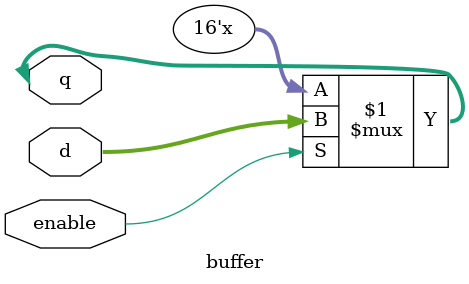
<source format=v>
`timescale 1ns / 1ps
module buffer(
    inout [15:0] q,
    input enable,
	 input [15:0] d
    );

assign q = enable ? d : 16'bZZZZZZZZZZZZZZZZ;

endmodule

</source>
